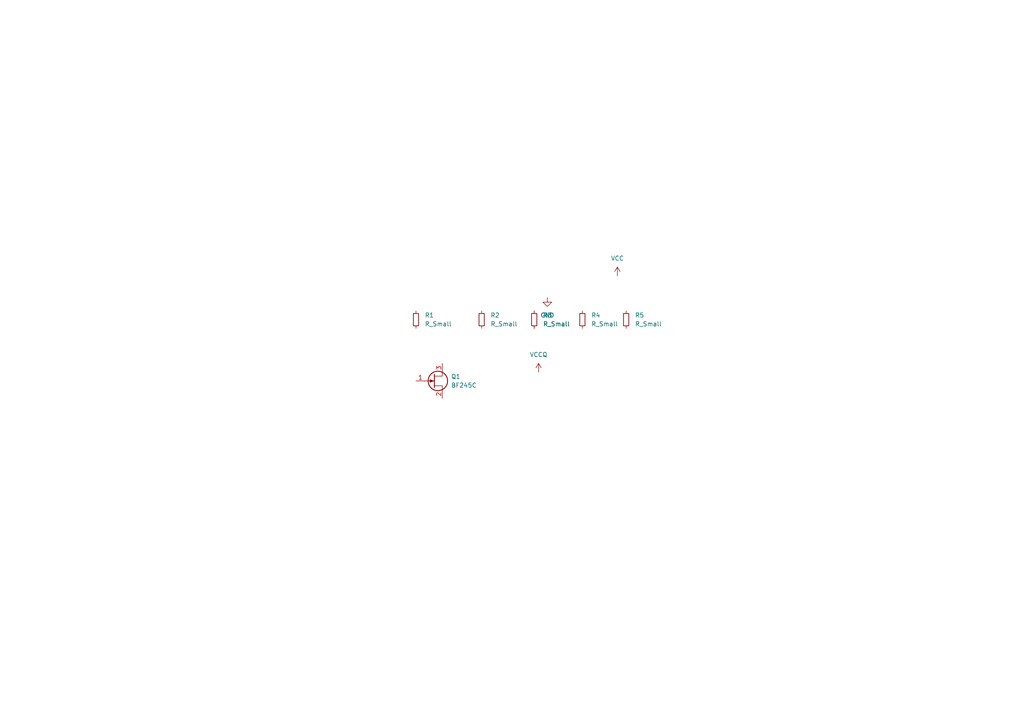
<source format=kicad_sch>
(kicad_sch (version 20230121) (generator eeschema)
  (paper "A4")
  (lib_symbols
    (symbol "Device:R_Small" (pin_numbers hide) (pin_names (offset 0.254) hide)
      (property "Reference" "R" (at 0.762 0.508 0))
      (property "Value" "R_Small" (at 0.762 -1.016 0))
      (symbol "R_Small_0_1"
        (rectangle (start -0.762 1.778) (end 0.762 -1.778) (stroke (width 0.2032)))
      )
      (symbol "R_Small_1_1"
        (pin passive line (at 0 2.54 270) (length 0.762) (name "~") (number "1"))
        (pin passive line (at 0 -2.54 90) (length 0.762) (name "~") (number "2"))
      )
    )
    (symbol "Transistor_FET:BF245C" (pin_names hide)
      (property "Reference" "Q" (at 5.08 1.905 0))
      (property "Value" "BF245C" (at 5.08 0 0))
      (symbol "BF245C_0_1"
        (polyline (pts (xy 0.254 0) (xy -2.54 0)))
        (polyline (pts (xy 0.254 1.905) (xy 0.254 -1.905)) (stroke (width 0.254)))
        (polyline (pts (xy 2.54 -2.54) (xy 2.54 -1.397) (xy 0.254 -1.397)))
        (polyline (pts (xy 2.54 2.54) (xy 2.54 1.397) (xy 0.254 1.397)))
        (polyline (pts (xy 0 0) (xy -1.016 0.381) (xy -1.016 -0.381) (xy 0 0)) (fill (type outline)))
        (circle (center 1.27 0) (radius 2.8194) (stroke (width 0.254)))
      )
      (symbol "BF245C_1_1"
        (pin input line (at -5.08 0 0) (length 2.54) (name "G") (number "1"))
        (pin passive line (at 2.54 -5.08 90) (length 2.54) (name "S") (number "2"))
        (pin passive line (at 2.54 5.08 270) (length 2.54) (name "D") (number "3"))
      )
    )
    (symbol "power:GND" (power) (pin_names (offset 0))
      (property "Value" "GND" (at 0 -3.81 0))
      (symbol "GND_0_1"
        (polyline (pts (xy 0 0) (xy 0 -1.27) (xy 1.27 -1.27) (xy 0 -2.54) (xy -1.27 -1.27) (xy 0 -1.27)))
      )
      (symbol "GND_1_1"
        (pin power_in line (at 0 0 270) (length 0) hide (name "GND") (number "1"))
      )
    )
    (symbol "power:VCC" (power) (pin_names (offset 0))
      (property "Value" "VCC" (at 0 3.81 0))
      (symbol "VCC_0_1"
        (polyline (pts (xy -0.762 1.27) (xy 0 2.54)))
        (polyline (pts (xy 0 0) (xy 0 2.54)))
        (polyline (pts (xy 0 2.54) (xy 0.762 1.27)))
      )
      (symbol "VCC_1_1"
        (pin power_in line (at 0 0 90) (length 0) hide (name "VCC") (number "1"))
      )
    )
    (symbol "power:VCCQ" (power) (pin_names (offset 0))
      (property "Value" "VCCQ" (at 0 3.81 0))
      (symbol "VCCQ_0_1"
        (polyline (pts (xy -0.762 1.27) (xy 0 2.54)))
        (polyline (pts (xy 0 0) (xy 0 2.54)))
        (polyline (pts (xy 0 2.54) (xy 0.762 1.27)))
      )
      (symbol "VCCQ_1_1"
        (pin power_in line (at 0 0 90) (length 0) hide (name "VCCQ") (number "1"))
      )
    )
  )
  (symbol (lib_id "Device:R_Small") (at 154.94 92.71 0) (unit 1)
    (property "Reference" "R3" (at 157.48 91.44 0) (effects (justify left)))
    (property "Value" "R_Small" (at 157.48 93.98 0) (effects (justify left)))
    (property "Footprint" "Resistor_THT:R_Axial_DIN0204_L3.6mm_D1.6mm_P5.08mm_Horizontal" (effects hide))
  )
  (symbol (lib_id "Transistor_FET:BF245C") (at 125.73 110.49 0) (unit 1)
    (property "Reference" "Q1" (at 130.81 109.22 0) (effects (justify left)))
    (property "Value" "BF245C" (at 130.81 111.76 0) (effects (justify left)))
    (property "Footprint" "Package_TO_SOT_THT:TO-92_Inline" (effects hide))
    (property "Datasheet" "https://www.onsemi.com/pub/Collateral/BF245A-D.PDF" (effects hide))
  )
  (symbol (lib_id "Device:R_Small") (at 120.65 92.71 0) (unit 1)
    (property "Reference" "R1" (at 123.19 91.44 0) (effects (justify left)))
    (property "Value" "R_Small" (at 123.19 93.98 0) (effects (justify left)))
    (property "Footprint" "Resistor_THT:R_Axial_DIN0204_L3.6mm_D1.6mm_P5.08mm_Horizontal" (effects hide))
  )
  (symbol (lib_id "power:GND") (at 158.75 86.36 0) (unit 1)
    (property "Reference" "#PWR03" (effects hide))
    (property "Value" "GND" (at 158.75 91.44 0))
  )
  (symbol (lib_id "Device:R_Small") (at 139.7 92.71 0) (unit 1)
    (property "Reference" "R2" (at 142.24 91.44 0) (effects (justify left)))
    (property "Value" "R_Small" (at 142.24 93.98 0) (effects (justify left)))
    (property "Footprint" "Resistor_THT:R_Axial_DIN0204_L3.6mm_D1.6mm_P5.08mm_Horizontal" (effects hide))
  )
  (symbol (lib_id "power:VCCQ") (at 156.21 107.95 0) (unit 1)
    (property "Reference" "#PWR04" (effects hide))
    (property "Value" "VCCQ" (at 156.21 102.87 0))
  )
  (symbol (lib_id "power:VCC") (at 179.07 80.01 0) (unit 1)
    (property "Reference" "#PWR01" (effects hide))
    (property "Value" "VCC" (at 179.07 74.93 0))
  )
  (symbol (lib_id "Device:R_Small") (at 181.61 92.71 0) (unit 1)
    (property "Reference" "R5" (at 184.15 91.44 0) (effects (justify left)))
    (property "Value" "R_Small" (at 184.15 93.98 0) (effects (justify left)))
    (property "Footprint" "Resistor_THT:R_Axial_DIN0204_L3.6mm_D1.6mm_P5.08mm_Horizontal" (effects hide))
  )
  (symbol (lib_id "Device:R_Small") (at 168.91 92.71 0) (unit 1)
    (property "Reference" "R4" (at 171.45 91.44 0) (effects (justify left)))
    (property "Value" "R_Small" (at 171.45 93.98 0) (effects (justify left)))
    (property "Footprint" "Resistor_THT:R_Axial_DIN0204_L3.6mm_D1.6mm_P5.08mm_Horizontal" (effects hide))
  )
)
</source>
